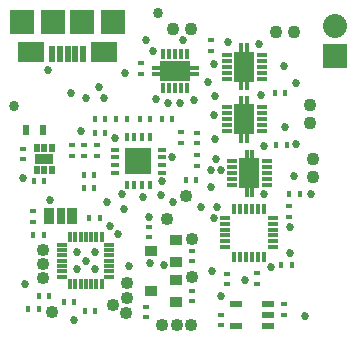
<source format=gts>
G04 #@! TF.FileFunction,Soldermask,Top*
%FSLAX46Y46*%
G04 Gerber Fmt 4.6, Leading zero omitted, Abs format (unit mm)*
G04 Created by KiCad (PCBNEW (2014-12-04 BZR 5312)-product) date 1/7/2015 12:55:41 AM*
%MOMM*%
G01*
G04 APERTURE LIST*
%ADD10C,0.100000*%
%ADD11R,0.900000X1.400000*%
%ADD12R,0.753200X1.403200*%
%ADD13R,0.903200X1.403200*%
%ADD14R,0.398780X0.599440*%
%ADD15R,0.599440X0.398780*%
%ADD16R,1.100760X0.900100*%
%ADD17R,0.400000X0.600000*%
%ADD18R,0.600000X0.400000*%
%ADD19R,1.020000X0.570000*%
%ADD20R,0.502400X0.652400*%
%ADD21R,1.602400X0.952400*%
%ADD22R,0.400800X0.900800*%
%ADD23R,0.850800X0.400800*%
%ADD24R,0.400000X0.920000*%
%ADD25R,0.970000X0.400000*%
%ADD26R,1.770000X2.520000*%
%ADD27C,0.520000*%
%ADD28R,0.920000X0.400000*%
%ADD29R,0.400000X0.970000*%
%ADD30R,2.520000X1.770000*%
%ADD31R,0.450000X0.700000*%
%ADD32R,0.700000X0.450000*%
%ADD33R,2.200000X2.200000*%
%ADD34O,0.368920X0.920000*%
%ADD35O,0.920000X0.368920*%
%ADD36R,0.500000X0.900000*%
%ADD37R,2.000000X2.000000*%
%ADD38R,2.200000X1.700000*%
%ADD39R,0.500000X1.450000*%
%ADD40C,1.083200*%
%ADD41C,1.100000*%
%ADD42R,2.032000X2.032000*%
%ADD43O,2.032000X2.032000*%
%ADD44C,0.685800*%
%ADD45C,0.685799*%
%ADD46C,0.863600*%
G04 APERTURE END LIST*
D10*
D11*
X55092600Y-43103800D03*
D12*
X54142600Y-43103800D03*
D13*
X53192600Y-43093800D03*
D14*
X54414420Y-50342800D03*
X55313580Y-50342800D03*
X57484180Y-43211800D03*
X56585020Y-43211800D03*
X56192420Y-51155600D03*
X57091580Y-51155600D03*
X64752220Y-40030400D03*
X65651380Y-40030400D03*
D15*
X73025000Y-50528220D03*
X73025000Y-51427380D03*
X67754500Y-52354480D03*
X67754500Y-51455320D03*
D14*
X52773580Y-40106600D03*
X51874420Y-40106600D03*
D15*
X50927000Y-37371020D03*
X50927000Y-38270180D03*
X68275200Y-47962820D03*
X68275200Y-48861980D03*
X70764400Y-47912020D03*
X70764400Y-48811180D03*
D14*
X72829420Y-47244000D03*
X73728580Y-47244000D03*
D15*
X73482200Y-42273220D03*
X73482200Y-43172380D03*
D14*
X57929780Y-34874200D03*
X57030620Y-34874200D03*
X62694820Y-34848800D03*
X63593980Y-34848800D03*
D15*
X55092600Y-37990780D03*
X55092600Y-37091620D03*
D14*
X57929780Y-36042600D03*
X57030620Y-36042600D03*
D15*
X57226200Y-37990780D03*
X57226200Y-37091620D03*
X56159400Y-37990780D03*
X56159400Y-37091620D03*
D14*
X52316380Y-50952400D03*
X51417220Y-50952400D03*
X57015380Y-40690800D03*
X56116220Y-40690800D03*
D15*
X65704800Y-36935580D03*
X65704800Y-36036420D03*
D16*
X61758780Y-46031400D03*
X63958420Y-45078900D03*
X63958420Y-46983900D03*
X61758780Y-49431400D03*
X63958420Y-48478900D03*
X63958420Y-50383900D03*
D17*
X52305800Y-49834800D03*
X53205800Y-49834800D03*
D18*
X65679800Y-37936000D03*
X65679800Y-38836000D03*
D17*
X59733600Y-34874200D03*
X58833600Y-34874200D03*
X60840200Y-34874200D03*
X61740200Y-34874200D03*
X56112000Y-39584000D03*
X57012000Y-39584000D03*
D18*
X64354800Y-36011000D03*
X64354800Y-36911000D03*
D17*
X73489400Y-41249600D03*
X74389400Y-41249600D03*
D18*
X60960000Y-31031600D03*
X60960000Y-30131600D03*
D17*
X72270200Y-32664400D03*
X73170200Y-32664400D03*
X72397200Y-37109400D03*
X73297200Y-37109400D03*
D18*
X66878200Y-28216440D03*
X66878200Y-29116440D03*
X65252600Y-46932000D03*
X65252600Y-46032000D03*
X65252600Y-50310200D03*
X65252600Y-49410200D03*
X61595000Y-44000000D03*
X61595000Y-44900000D03*
X61341000Y-51656400D03*
X61341000Y-50756400D03*
D19*
X71666100Y-52412900D03*
X71666100Y-51462900D03*
X71666100Y-50512900D03*
X68966100Y-50512900D03*
X68966100Y-52412900D03*
D20*
X52120800Y-39166800D03*
X52770800Y-39166800D03*
X53420800Y-39166800D03*
X53420800Y-37366800D03*
X52770800Y-37366800D03*
X52120800Y-37366800D03*
D21*
X52770800Y-38266800D03*
D22*
X71337400Y-42500800D03*
X70837400Y-42500800D03*
X70337400Y-42500800D03*
X69837400Y-42500800D03*
X69337400Y-42500800D03*
X68837400Y-42500800D03*
D23*
X68097400Y-43230800D03*
X68097400Y-43730800D03*
X68097400Y-44230800D03*
X68097400Y-44730800D03*
X68097400Y-45230800D03*
X68097400Y-45730800D03*
D22*
X68837400Y-46530800D03*
D23*
X72097400Y-43230800D03*
X72097400Y-43730800D03*
X72097400Y-44230800D03*
X72097400Y-44730800D03*
X72097400Y-45230800D03*
X72097400Y-45730800D03*
D22*
X69337400Y-46530800D03*
X69837400Y-46530800D03*
X70337400Y-46530800D03*
X70837400Y-46530800D03*
X71337400Y-46530800D03*
D24*
X70387840Y-41032040D03*
X69887840Y-41032040D03*
D25*
X71617840Y-40452040D03*
X71617840Y-39952040D03*
X71617840Y-39452040D03*
X71617840Y-38952040D03*
X71617840Y-38452040D03*
X68667840Y-38452040D03*
X68667840Y-38952040D03*
X68667840Y-39452040D03*
X68667840Y-39952040D03*
X68667840Y-40452040D03*
D26*
X70137840Y-39462040D03*
D24*
X69887840Y-37902040D03*
X70387840Y-37902040D03*
D27*
X69657840Y-40212040D03*
X69657840Y-38712040D03*
X70657840Y-40212040D03*
X70657840Y-38712040D03*
X70137840Y-39462040D03*
D28*
X65400800Y-30567000D03*
X65400800Y-31067000D03*
D29*
X64820800Y-29337000D03*
X64320800Y-29337000D03*
X63820800Y-29337000D03*
X63320800Y-29337000D03*
X62820800Y-29337000D03*
X62820800Y-32287000D03*
X63320800Y-32287000D03*
X63820800Y-32287000D03*
X64320800Y-32287000D03*
X64820800Y-32287000D03*
D30*
X63830800Y-30817000D03*
D28*
X62270800Y-31067000D03*
X62270800Y-30567000D03*
D27*
X64580800Y-31297000D03*
X63080800Y-31297000D03*
X64580800Y-30297000D03*
X63080800Y-30297000D03*
X63830800Y-30817000D03*
D24*
X69940800Y-32025200D03*
X69440800Y-32025200D03*
D25*
X71170800Y-31445200D03*
X71170800Y-30945200D03*
X71170800Y-30445200D03*
X71170800Y-29945200D03*
X71170800Y-29445200D03*
X68220800Y-29445200D03*
X68220800Y-29945200D03*
X68220800Y-30445200D03*
X68220800Y-30945200D03*
X68220800Y-31445200D03*
D26*
X69690800Y-30455200D03*
D24*
X69440800Y-28895200D03*
X69940800Y-28895200D03*
D27*
X69210800Y-31205200D03*
X69210800Y-29705200D03*
X70210800Y-31205200D03*
X70210800Y-29705200D03*
X69690800Y-30455200D03*
D24*
X69940800Y-36470200D03*
X69440800Y-36470200D03*
D25*
X71170800Y-35890200D03*
X71170800Y-35390200D03*
X71170800Y-34890200D03*
X71170800Y-34390200D03*
X71170800Y-33890200D03*
X68220800Y-33890200D03*
X68220800Y-34390200D03*
X68220800Y-34890200D03*
X68220800Y-35390200D03*
X68220800Y-35890200D03*
D26*
X69690800Y-34900200D03*
D24*
X69440800Y-33340200D03*
X69940800Y-33340200D03*
D27*
X69210800Y-35650200D03*
X69210800Y-34150200D03*
X70210800Y-35650200D03*
X70210800Y-34150200D03*
X69690800Y-34900200D03*
D31*
X59737000Y-36434000D03*
X61687000Y-36434000D03*
X61037000Y-36434000D03*
X60387000Y-36434000D03*
X60387000Y-40434000D03*
X61037000Y-40434000D03*
X61687000Y-40434000D03*
X59737000Y-40434000D03*
D32*
X58712000Y-37459000D03*
X58712000Y-39409000D03*
X58712000Y-38759000D03*
X58712000Y-38109000D03*
D33*
X60712000Y-38434000D03*
D32*
X62712000Y-38109000D03*
X62712000Y-38759000D03*
X62712000Y-39409000D03*
X62712000Y-37459000D03*
D34*
X57634600Y-44861800D03*
X57184600Y-44861800D03*
X56734600Y-44861800D03*
X56284600Y-44861800D03*
X55834600Y-44861800D03*
X55384600Y-44861800D03*
X54934600Y-44861800D03*
D35*
X54284600Y-45511800D03*
X54284600Y-45961800D03*
X54284600Y-46411800D03*
X54284600Y-46861800D03*
X54284600Y-47311800D03*
X54284600Y-47761800D03*
X54284600Y-48211800D03*
D34*
X54934600Y-48861800D03*
X55384600Y-48861800D03*
X55834600Y-48861800D03*
X56284600Y-48861800D03*
X56734600Y-48861800D03*
X57184600Y-48861800D03*
X57634600Y-48861800D03*
D35*
X58284600Y-48211800D03*
X58284600Y-47761800D03*
X58284600Y-47311800D03*
X58284600Y-46861800D03*
X58284600Y-46411800D03*
X58284600Y-45961800D03*
X58284600Y-45511800D03*
D36*
X52693000Y-35814000D03*
X51193000Y-35814000D03*
D14*
X52722780Y-44704000D03*
X51823620Y-44704000D03*
D18*
X51816000Y-42679200D03*
X51816000Y-43579200D03*
D37*
X53537000Y-26670000D03*
X55937000Y-26670000D03*
X50887000Y-26670000D03*
X58587000Y-26670000D03*
D38*
X57837000Y-29220000D03*
X51637000Y-29220000D03*
D39*
X54737000Y-29345000D03*
X54087000Y-29345000D03*
X53437000Y-29345000D03*
X55387000Y-29345000D03*
X56037000Y-29345000D03*
D40*
X59715400Y-51282600D03*
X58623200Y-50647600D03*
X59740800Y-50063400D03*
X59740800Y-48793400D03*
X52684600Y-48311800D03*
X52684600Y-47161800D03*
X53390800Y-51231800D03*
X63144400Y-43307000D03*
X64744600Y-41376600D03*
X65252600Y-45034200D03*
X65303400Y-48209200D03*
X52684600Y-45961800D03*
D41*
X63673600Y-27228800D03*
X65173600Y-27228800D03*
X75539600Y-38273600D03*
X75539600Y-39773600D03*
X75260200Y-33701600D03*
X75260200Y-35201600D03*
X72411200Y-27518360D03*
X73911200Y-27518360D03*
D42*
X77368400Y-29565600D03*
D43*
X77368400Y-27025600D03*
D40*
X65227200Y-52349400D03*
X63997840Y-52349400D03*
X62760860Y-52354480D03*
D44*
X63628504Y-41911568D03*
X58039000Y-41910000D03*
X61595000Y-43180000D03*
X55321200Y-51892200D03*
D45*
X53238400Y-41732200D03*
D44*
X73533000Y-44043600D03*
X67716400Y-49885600D03*
X73558400Y-46177200D03*
X69773800Y-48514000D03*
X59334400Y-41224200D03*
X53086000Y-30708600D03*
X61976000Y-29108400D03*
X71094600Y-32816800D03*
X70916800Y-28549600D03*
X67691000Y-39217600D03*
X71399400Y-37134800D03*
X59588400Y-31013400D03*
X74803000Y-51562000D03*
X67144910Y-43230800D03*
X63562000Y-38109000D03*
X67123637Y-30217140D03*
X57048400Y-46101000D03*
X56284600Y-46861800D03*
X57023000Y-47599600D03*
X55549800Y-47599600D03*
X55549800Y-46126400D03*
X61391800Y-37744400D03*
X60712000Y-38434000D03*
X61391800Y-39116000D03*
X60020200Y-39116000D03*
X60020200Y-37744400D03*
X55900320Y-35874960D03*
X71361300Y-41191180D03*
X51127660Y-48849280D03*
X50927000Y-39903400D03*
X63246000Y-33477200D03*
X62636400Y-41275000D03*
D46*
X50165000Y-33782000D03*
X62357000Y-25908000D03*
D44*
X62865000Y-47244000D03*
X66929000Y-47752000D03*
X57861200Y-33070800D03*
X56337200Y-33070800D03*
X57404000Y-32181800D03*
X55016400Y-32664400D03*
X62699870Y-40084591D03*
X58712000Y-36459000D03*
X67301290Y-38269090D03*
X67233800Y-36576000D03*
X67132200Y-34518600D03*
X67259200Y-32943800D03*
X62255400Y-33197800D03*
X68300600Y-28346400D03*
X58293000Y-43967400D03*
X61722000Y-47091600D03*
X59918600Y-47294800D03*
X59512200Y-42468800D03*
X61087000Y-41490870D03*
X66598800Y-31775400D03*
X65473580Y-33258760D03*
X64239140Y-33512760D03*
X66001880Y-42341800D03*
X67424320Y-42316400D03*
X66852885Y-39204863D03*
D45*
X66868040Y-40652700D03*
D44*
X73888600Y-39700200D03*
X75387200Y-41198800D03*
X61366400Y-28194000D03*
X64516000Y-28186380D03*
X74117200Y-31800800D03*
X73055480Y-30398720D03*
X74117200Y-36982400D03*
X73152000Y-35572680D03*
X59004200Y-44627800D03*
X71986140Y-47411640D03*
M02*

</source>
